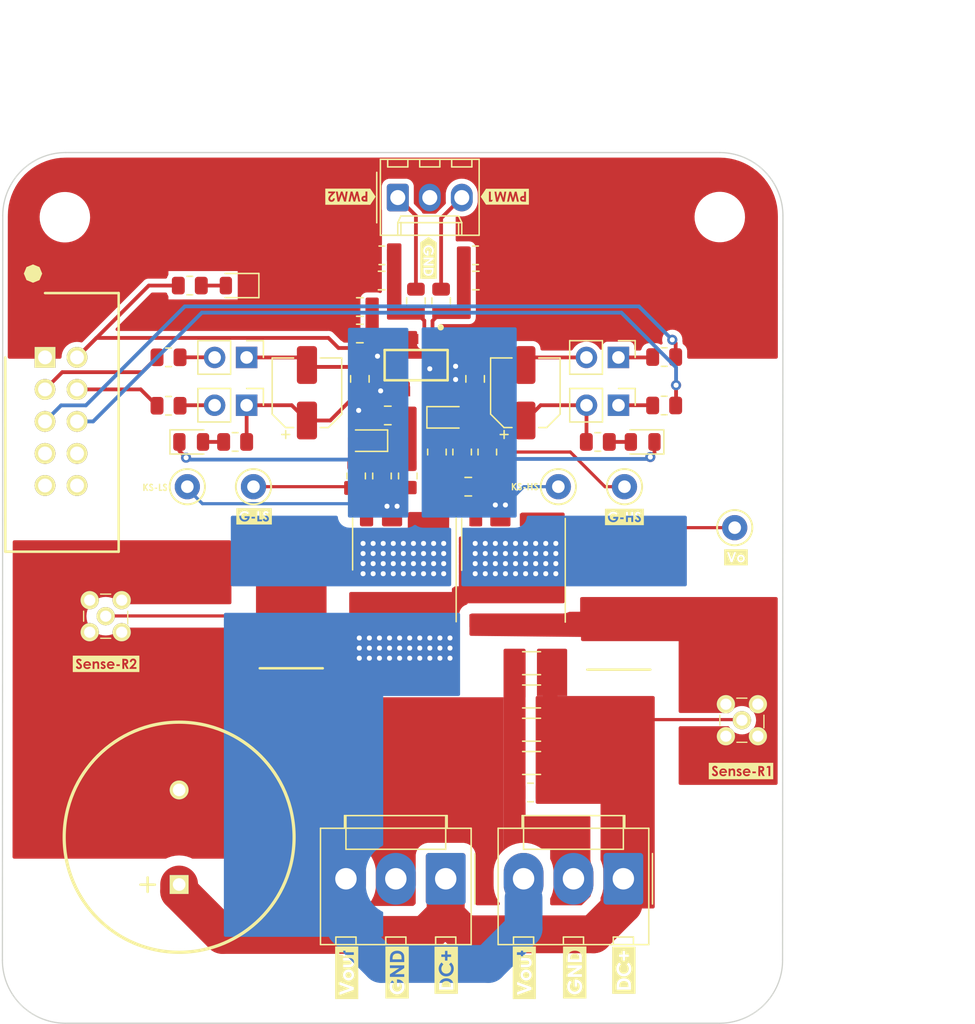
<source format=kicad_pcb>
(kicad_pcb (version 20211014) (generator pcbnew)
  (title_block (comment 4 "AISLER Project ID: ZPYPMIGU"))
  (layers (0 "F.Cu" mixed) (31 "B.Cu" mixed) (34 "B.Paste" user) (35 "F.Paste" user) (36 "B.SilkS" user "B.Silkscreen") (37 "F.SilkS" user "F.Silkscreen") (38 "B.Mask" user) (39 "F.Mask" user) (44 "Edge.Cuts" user))
  (net 0 "")
  (net 1 "GND")
  (net 2 "+3.3V")
  (net 3 "VCCA")
  (net 4 "VCCB")
  (net 5 "GND1")
  (net 6 "LED1")
  (net 7 "Net-(C5-Pad1)")
  (net 8 "Net-(C5-Pad2)")
  (net 9 "GND2")
  (net 10 "OUTA")
  (net 11 "GND3")
  (net 12 "Net-(D1-Pad2)")
  (net 13 "Net-(D2-Pad2)")
  (net 14 "Net-(D5-Pad2)")
  (net 15 "Net-(D6-Pad2)")
  (net 16 "Net-(D7-Pad2)")
  (net 17 "Net-(Q2-Pad8)")
  (net 18 "Net-(J2-Pad1)")
  (net 19 "Net-(J2-Pad3)")
  (net 20 "HVDC+")
  (net 21 "PWM1")
  (net 22 "PWM2")
  (net 23 "OUTB")
  (net 24 "gnd-1")
  (net 25 "LED2")
  (net 26 "gnd-2")
  (net 27 "Net-(C4-Pad2)")
  (net 28 "Net-(J1-Pad3)")
  (net 30 "Net-(J9-Pad2)")
  (net 31 "Net-(J10-Pad1)")
  (net 32 "Net-(FB1-Pad2)")
  (net 33 "Net-(FB2-Pad1)")
  (net 34 "Net-(FB3-Pad1)")
  (net 35 "Net-(FB4-Pad1)")
  (footprint "LED_SMD:LED_0805_2012Metric" (layer "F.Cu") (at 124.525 58.31 180)
    (fp_text reference "D5" hide)
    (fp_text value "LED")
  )
  (footprint "Connector_Molex:Molex_KK-254_AE-6410-03A_1x03_P2.54mm_Vertical" (layer "F.Cu") (at 137.235 51.33)
    (fp_text reference "J2" hide)
    (fp_text value "PWM")
  )
  (footprint "MountingHole:MountingHole_3.2mm_M3" (layer "F.Cu") (at 162.794466 52.874466)
    (fp_text reference "H3" hide)
    (fp_text value "MountingHole")
  )
  (footprint "kibuzzard-63FF1A06" (layer "F.Cu") (at 133.48 51.26 180)
    (fp_text reference "kibuzzard-63FF1A06" hide)
    (fp_text value "G***" hide)
  )
  (footprint "Resistor_SMD:R_0805_2012Metric" (layer "F.Cu") (at 143.405 55.91)
    (fp_text reference "R16" hide)
    (fp_text value "10k")
  )
  (footprint "Connector_PinHeader_2.54mm:PinHeader_1x02_P2.54mm_Vertical" (layer "F.Cu") (at 125.2375 67.8 -90)
    (fp_text reference "J6" hide)
    (fp_text value "5V")
  )
  (footprint "EKXL451ELL101MM30S:CAPPRD750W80D1825H3200" (layer "F.Cu") (at 119.88 105.81 90)
    (fp_text reference "C10" hide)
    (fp_text value "100uF/450V" hide)
  )
  (footprint "Resistor_SMD:R_0805_2012Metric" (layer "F.Cu") (at 124.325 70.71)
    (fp_text reference "R12" hide)
    (fp_text value "4.7k")
  )
  (footprint "Capacitor_SMD:CP_Elec_5x5.3" (layer "F.Cu") (at 130.025 66.81 90)
    (fp_text reference "C16" hide)
    (fp_text value "10uF/35V")
  )
  (footprint "2EDF7275K:TFLGA65P500X500X106-14_13N-V" (layer "F.Cu") (at 138.6925 64.62 -90)
    (fp_text reference "IC1" hide)
    (fp_text value "2EDF7275KXUMA1")
  )
  (footprint "kibuzzard-63FF19FC" (layer "F.Cu") (at 145.73 51.26 180)
    (fp_text reference "kibuzzard-63FF19FC" hide)
    (fp_text value "G***" hide)
  )
  (footprint "Resistor_SMD:R_0805_2012Metric" (layer "F.Cu") (at 147.78 98.51 180)
    (fp_text reference "R8" hide)
    (fp_text value "500k")
  )
  (footprint "Capacitor_SMD:C_0805_2012Metric" (layer "F.Cu") (at 134.225 62.11)
    (fp_text reference "C1" hide)
    (fp_text value "100nF")
  )
  (footprint "Capacitor_SMD:C_1206_3216Metric" (layer "F.Cu") (at 147.855 88.26 180)
    (fp_text reference "C9" hide)
    (fp_text value "100nF/450V")
  )
  (footprint "TestPoint:TestPoint_Keystone_5000-5004_Miniature" (layer "F.Cu") (at 149.98 74.26)
    (fp_text reference "TP5" hide)
    (fp_text value "TestPoint_Alt")
  )
  (footprint "MMCX-J-P-H-ST-TH1:MMCXJPHSTTH1" (layer "F.Cu") (at 163.28 91.51)
    (fp_text reference "J9" hide)
    (fp_text value "MMCX-J-P-H-ST-TH1" hide)
  )
  (footprint "Resistor_SMD:R_0805_2012Metric" (layer "F.Cu") (at 119.0375 64)
    (fp_text reference "FB2" hide)
    (fp_text value "fb")
  )
  (footprint "Resistor_SMD:R_0805_2012Metric" (layer "F.Cu") (at 138.675 59.51 -90)
    (fp_text reference "R13" hide)
    (fp_text value "100")
  )
  (footprint "Resistor_SMD:R_0805_2012Metric" (layer "F.Cu") (at 138.03 73.41 -90)
    (fp_text reference "R1" hide)
    (fp_text value "470")
  )
  (footprint "Resistor_SMD:R_0805_2012Metric" (layer "F.Cu") (at 140.3425 71.51 -90)
    (fp_text reference "R3" hide)
    (fp_text value "470")
  )
  (footprint "Capacitor_SMD:C_1206_3216Metric" (layer "F.Cu") (at 147.855 90.8975 180)
    (fp_text reference "C8" hide)
    (fp_text value "100nF/450V")
  )
  (footprint "LED_SMD:LED_0805_2012Metric" (layer "F.Cu") (at 156.6725 70.71 180)
    (fp_text reference "D6" hide)
    (fp_text value "LED")
  )
  (footprint "TestPoint:TestPoint_Keystone_5000-5004_Miniature" (layer "F.Cu") (at 163.98 77.51)
    (fp_text reference "TP4" hide)
    (fp_text value "TestPoint_Alt")
  )
  (footprint "Resistor_SMD:R_0805_2012Metric" (layer "F.Cu") (at 120.725 58.31 180)
    (fp_text reference "R10" hide)
    (fp_text value "4.7k")
  )
  (footprint "kibuzzard-63EE9059" (layer "F.Cu") (at 151.28 112.789071 90)
    (fp_text reference "kibuzzard-63EE9059" hide)
    (fp_text value "G***" hide)
  )
  (footprint "Package_SON:Infineon_PG-LSON-8-1" (layer "F.Cu") (at 146.42 80.89 90)
    (fp_text reference "Q1" hide)
    (fp_text value "IGLD60R190D1")
  )
  (footprint "Resistor_SMD:R_0805_2012Metric" (layer "F.Cu") (at 142.3425 71.51 -90)
    (fp_text reference "R2" hide)
    (fp_text value "10")
  )
  (footprint "Connector_PinHeader_2.54mm:PinHeader_1x02_P2.54mm_Vertical" (layer "F.Cu") (at 125.2375 64.01 -90)
    (fp_text reference "J7" hide)
    (fp_text value "GND")
  )
  (footprint "Resistor_SMD:R_0805_2012Metric" (layer "F.Cu") (at 144.3425 71.51 -90)
    (fp_text reference "R5" hide)
    (fp_text value "5.1")
  )
  (footprint "Capacitor_SMD:C_0805_2012Metric" (layer "F.Cu") (at 143.425 57.91 180)
    (fp_text reference "C14" hide)
    (fp_text value "100nF")
  )
  (footprint "61201021621:SHDR10W64P254_2X5_2036X885X925P" (layer "F.Cu") (at 109.235 64.005 -90)
    (fp_text reference "J4" hide)
    (fp_text value "Conn_02x05_Odd_Even" hide)
  )
  (footprint "Resistor_SMD:R_0805_2012Metric" (layer "F.Cu") (at 158.38 63.98)
    (fp_text reference "FB1" hide)
    (fp_text value "fb")
  )
  (footprint "Resistor_SMD:R_0805_2012Metric" (layer "F.Cu") (at 158.38 67.82 180)
    (fp_text reference "FB4" hide)
    (fp_text value "fb")
  )
  (footprint "Resistor_SMD:R_0805_2012Metric" (layer "F.Cu") (at 135.98 73.41 -90)
    (fp_text reference "R4" hide)
    (fp_text value "10")
  )
  (footprint "Resistor_SMD:R_0805_2012Metric" (layer "F.Cu") (at 153.1125 70.71 180)
    (fp_text reference "R11" hide)
    (fp_text value "4.7k")
  )
  (footprint "Capacitor_SMD:C_0805_2012Metric" (layer "F.Cu") (at 135.955 57.91)
    (fp_text reference "C13" hide)
    (fp_text value "100nF")
  )
  (footprint "kibuzzard-63FF1A39" (layer "F.Cu") (at 114.08 88.31)
    (fp_text reference "kibuzzard-63FF1A39" hide)
    (fp_text value "G***" hide)
  )
  (footprint "kibuzzard-63FF1AED" (layer "F.Cu") (at 117.98 74.31)
    (fp_text reference "kibuzzard-63FF1AED" hide)
    (fp_text value "G***" hide)
  )
  (footprint "kibuzzard-63EDDA14" (layer "F.Cu") (at 108.28 57.36)
    (fp_text reference "kibuzzard-63EDDA14" hide)
    (fp_text value "G***" hide)
  )
  (footprint "Connector_PinHeader_2.54mm:PinHeader_1x02_P2.54mm_Vertical" (layer "F.Cu") (at 154.755 67.8 -90)
    (fp_text reference "J5" hide)
    (fp_text value "5V")
  )
  (footprint "Capacitor_SMD:C_0805_2012Metric" (layer "F.Cu") (at 142.83 74.26 180)
    (fp_text reference "C5" hide)
    (fp_text value "2.2nF")
  )
  (footprint "kibuzzard-63EE9044" (layer "F.Cu") (at 155.18 112.61 90)
    (fp_text reference "kibuzzard-63EE9044" hide)
    (fp_text value "G***" hide)
  )
  (footprint "kibuzzard-63EE9044" (layer "F.Cu") (at 141.08 112.61 90)
    (fp_text reference "kibuzzard-63EE9044" hide)
    (fp_text value "G***" hide)
  )
  (footprint "footprint:RESC10052X50N" (layer "F.Cu") (at 128.78 88.66 -90)
    (fp_text reference "R9" hide)
    (fp_text value "WSLP3921L1000FEA" hide)
  )
  (footprint "MountingHole:MountingHole_3.2mm_M3" (layer "F.Cu") (at 110.808932 52.888932)
    (fp_text reference "H4" hide)
    (fp_text value "MountingHole")
  )
  (footprint "Package_SON:Infineon_PG-LSON-8-1" (layer "F.Cu") (at 137.76 80.86 90)
    (fp_text reference "Q2" hide)
    (fp_text value "IGLD60R190D1")
  )
  (footprint "Diode_SMD:D_SOD-323" (layer "F.Cu") (at 134.93 70.61 180)
    (fp_text reference "D2" hide)
    (fp_text value "BAT165")
  )
  (footprint "Capacitor_SMD:C_0805_2012Metric" (layer "F.Cu") (at 136.4425 68.61 180)
    (fp_text reference "C4" hide)
    (fp_text value "2.2nF")
  )
  (footprint "Connector_Molex:Molex_KK-396_A-41791-0003_1x03_P3.96mm_Vertical" (layer "F.Cu") (at 141.04 105.355 180)
    (fp_text reference "J3" hide)
    (fp_text value "HVDC")
  )
  (footprint "kibuzzard-63EDD5C6" (layer "F.Cu") (at 125.83 76.61)
    (fp_text reference "kibuzzard-63EDD5C6" hide)
    (fp_text value "G***" hide)
  )
  (footprint "Resistor_SMD:R_0805_2012Metric" (layer "F.Cu") (at 140.675 59.51 -90)
    (fp_text reference "R14" hide)
    (fp_text value "100")
  )
  (footprint "TestPoint:TestPoint_Keystone_5000-5004_Miniature" (layer "F.Cu") (at 125.78 74.26)
    (fp_text reference "TP2" hide)
    (fp_text value "TestPoint_Alt")
  )
  (footprint "MMCX-J-P-H-ST-TH1:MMCXJPHSTTH1" (layer "F.Cu") (at 112.78 83.26)
    (fp_text reference "J10" hide)
    (fp_text value "MMCX-J-P-H-ST-TH1" hide)
  )
  (footprint "kibuzzard-63EDD756" (layer "F.Cu") (at 164.08 79.86)
    (fp_text reference "kibuzzard-63EDD756" hide)
    (fp_text value "G***" hide)
  )
  (footprint "LED_SMD:LED_0805_2012Metric" (layer "F.Cu") (at 120.8375 70.71)
    (fp_text reference "D7" hide)
    (fp_text value "LED")
  )
  (footprint "kibuzzard-63FF19DB" (layer "F.Cu") (at 139.675 56.11 -90)
    (fp_text reference "kibuzzard-63FF19DB" hide)
    (fp_text value "G***" hide)
  )
  (footprint "Resistor_SMD:R_0805_2012Metric" (layer "F.Cu") (at 135.975 55.91 180)
    (fp_text reference "R15" hide)
    (fp_text value "10k")
  )
  (footprint "TestPoint:TestPoint_Keystone_5000-5004_Miniature" (layer "F.Cu") (at 155.23 74.26)
    (fp_text reference "TP1" hide)
    (fp_text value "TestPoint_Alt")
  )
  (footprint "kibuzzard-63EE9091" (layer "F.Cu") (at 133.18 112.81 90)
    (fp_text reference "kibuzzard-63EE9091" hide)
    (fp_text value "G***" hide)
  )
  (footprint "kibuzzard-63EDD5E0" (layer "F.Cu") (at 155.225 76.66)
    (fp_text reference "kibuzzard-63EDD5E0" hide)
    (fp_text value "G***" hide)
  )
  (footprint "Capacitor_SMD:C_1206_3216Metric" (layer "F.Cu") (at 147.855 96.1725 180)
    (fp_text reference "C7" hide)
    (fp_text value "100nF/450V")
  )
  (footprint "kibuzzard-63EDD791" (layer "F.Cu") (at 164.48 96.81)
    (fp_text reference "kibuzzard-63EDD791" hide)
    (fp_text value "G***" hide)
  )
  (footprint "footprint:RESC10052X50N" (layer "F.Cu") (at 154.78 88.77 -90)
    (fp_text reference "R7" hide)
    (fp_text value "WSLP3921L1000FEA" hide)
  )
  (footprint "kibuzzard-63EE9091" (layer "F.Cu") (at 147.28 112.81 90)
    (fp_text reference "kibuzzard-63EE9091" hide)
    (fp_text value "G***" hide)
  )
  (footprint "Diode_SMD:D_SOD-323" (layer "F.Cu") (at 141.0475 68.76)
    (fp_text reference "D1" hide)
    (fp_text value "BAT165")
  )
  (footprint "Connector_Molex:Molex_KK-396_A-41791-0003_1x03_P3.96mm_Vertical" (layer "F.Cu") (at 155.14 105.355 180)
    (fp_text reference "J1" hide)
    (fp_text value "HVDC")
  )
  (footprint "kibuzzard-63FF1AF8" (layer "F.Cu") (at 147.33 74.26)
    (fp_text reference "kibuzzard-63FF1AF8" hide)
    (fp_text value "G***" hide)
  )
  (footprint "MountingHole:MountingHole_3.2mm_M3" (layer "F.Cu") (at 162.78 111.81)
    (fp_text reference "H1" hide)
    (fp_text value "MountingHole")
  )
  (footprint "Capacitor_SMD:C_0805_2012Metric" (layer "F.Cu") (at 134.225 65.71 -90)
    (fp_text reference "C3" hide)
    (fp_text value "1uF")
  )
  (footprint "Capacitor_SMD:C_0805_2012Metric" (layer "F.Cu") (at 134.225 60.01)
    (fp_text reference "C11" hide)
    (fp_text value "100nF")
  )
  (footprint "Connector_PinHeader_2.54mm:PinHeader_1x02_P2.54mm_Vertical" (layer "F.Cu") (at 154.75 64.01 -90)
    (fp_text reference "J8" hide)
    (fp_text value "GND")
  )
  (footprint "kibuzzard-63EE9059" (layer "F.Cu") (at 137.18 112.789071 90)
    (fp_text reference "kibuzzard-63EE9059" hide)
    (fp_text value "G***" hide)
  )
  (footprint "Resistor_SMD:R_0805_2012Metric" (layer "F.Cu") (at 119.0375 67.84)
    (fp_text reference "FB3" hide)
    (fp_text value "fb")
  )
  (footprint "Capacitor_SMD:C_0805_2012Metric" (layer "F.Cu") (at 143.375 65.71 -90)
    (fp_text reference "C2" hide)
    (fp_text value "1uF")
  )
  (footprint "TestPoint:TestPoint_Keystone_5000-5004_Miniature" (layer "F.Cu") (at 120.53 74.26)
    (fp_text reference "TP3" hide)
    (fp_text value "TestPoint_Alt")
  )
  (footprint "Capacitor_SMD:CP_Elec_5x5.3" (layer "F.Cu") (at 147.3625 66.81 90)
    (fp_text reference "C15" hide)
    (fp_text value "10uF/35V")
  )
  (footprint "MountingHole:MountingHole_3.2mm_M3" (layer "F.Cu") (at 110.88 111.81)
    (fp_text reference "H2" hide)
    (fp_text value "MountingHole")
  )
  (footprint "Capacitor_SMD:C_1206_3216Metric" (layer "F.Cu") (at 147.855 93.535 180)
    (fp_text reference "C6" hide)
    (fp_text value "100nF/450V")
  )
  (footprint "Resistor_SMD:R_0805_2012Metric" (layer "F.Cu") (at 133.93 73.41 -90)
    (fp_text reference "R6" hide)
    (fp_text value "5.1")
  )
  (gr_line (start 167.78 111.81) (end 167.808932 52.774466) (layer "Edge.Cuts") (width 0.1))
  (gr_line (start 110.88 47.76) (end 162.794466 47.76) (layer "Edge.Cuts") (width 0.1))
  (gr_line (start 105.88 52.76) (end 105.851068 111.81) (layer "Edge.Cuts") (width 0.1))
  (gr_arc (start 110.851068 116.81) (mid 107.315524 115.345544) (end 105.851068 111.81) (layer "Edge.Cuts") (width 0.1))
  (gr_arc (start 105.88 52.76) (mid 107.344466 49.224466) (end 110.88 47.76) (layer "Edge.Cuts") (width 0.1))
  (gr_line (start 110.851068 116.81) (end 162.78 116.81) (layer "Edge.Cuts") (width 0.1))
  (gr_arc (start 167.78 111.81) (mid 166.315544 115.345544) (end 162.78 116.81) (layer "Edge.Cuts") (width 0.1))
  (gr_arc (start 162.794466 47.76) (mid 166.336031 49.232921) (end 167.808932 52.774466) (layer "Edge.Cuts") (width 0.1))
  (gr_text "+" (at 117.38 105.71) (layer "F.SilkS") (effects (font (size 1.5 1.5) (thickness 0.2))))
  (segment (start 132.53 63.26) (end 131.73 62.46) (width 0.3) (layer "F.Cu") (net 2))
  (segment (start 119.8125 58.31) (end 117.47 58.31) (width 0.3) (layer "F.Cu") (net 2))
  (segment (start 135.175 62.11) (end 134.025 63.26) (width 0.3) (layer "F.Cu") (net 2))
  (segment (start 131.73 62.46) (end 113.32 62.46) (width 0.3) (layer "F.Cu") (net 2))
  (segment (start 134.025 63.26) (end 132.53 63.26) (width 0.3) (layer "F.Cu") (net 2))
  (segment (start 117.47 58.31) (end 111.775 64.005) (width 0.3) (layer "F.Cu") (net 2))
  (segment (start 113.32 62.46) (end 111.775 64.005) (width 0.3) (layer "F.Cu") (net 2))
  (segment (start 157.4475 67.8) (end 157.4675 67.82) (width 0.3) (layer "F.Cu") (net 3))
  (segment (start 154.755 67.8) (end 157.4475 67.8) (width 0.3) (layer "F.Cu") (net 3))
  (segment (start 119.99 67.8) (end 119.95 67.84) (width 0.3) (layer "F.Cu") (net 4))
  (segment (start 122.6975 67.8) (end 119.99 67.8) (width 0.3) (layer "F.Cu") (net 4))
  (segment (start 154.75 64.01) (end 157.4375 64.01) (width 0.3) (layer "F.Cu") (net 5))
  (segment (start 157.4375 64.01) (end 157.4675 63.98) (width 0.3) (layer "F.Cu") (net 5))
  (segment (start 152.215 67.8) (end 148.5725 67.8) (width 0.3) (layer "F.Cu") (net 6))
  (segment (start 145.0125 66.66) (end 147.3625 69.01) (width 0.3) (layer "F.Cu") (net 6))
  (segment (start 143.34 66.695) (end 140.6425 66.695) (width 0.3) (layer "F.Cu") (net 6))
  (segment (start 148.5725 67.8) (end 147.3625 69.01) (width 0.3) (layer "F.Cu") (net 6))
  (segment (start 152.215 67.8) (end 152.215 70.695) (width 0.3) (layer "F.Cu") (net 6))
  (segment (start 152.215 70.695) (end 152.2 70.71) (width 0.3) (layer "F.Cu") (net 6))
  (segment (start 143.375 66.66) (end 145.0125 66.66) (width 0.3) (layer "F.Cu") (net 6))
  (segment (start 143.375 66.66) (end 143.34 66.695) (width 0.3) (layer "F.Cu") (net 6))
  (segment (start 155.23 74.26) (end 153.68 74.26) (width 0.25) (layer "F.Cu") (net 8))
  (segment (start 153.68 74.26) (end 150.93 71.51) (width 0.25) (layer "F.Cu") (net 8))
  (segment (start 150.93 71.51) (end 141.255 71.51) (width 0.25) (layer "F.Cu") (net 8))
  (segment (start 141.255 71.51) (end 140.3425 72.4225) (width 0.25) (layer "F.Cu") (net 8))
  (segment (start 119.95 64) (end 122.6875 64) (width 0.3) (layer "F.Cu") (net 9))
  (segment (start 122.6875 64) (end 122.6975 64.01) (width 0.3) (layer "F.Cu") (net 9))
  (segment (start 139.9925 68.755) (end 139.9975 68.76) (width 0.3) (layer "F.Cu") (net 10))
  (segment (start 139.9925 66.695) (end 139.9925 68.755) (width 0.3) (layer "F.Cu") (net 10))
  (segment (start 121.6375 58.31) (end 123.5875 58.31) (width 0.3) (layer "F.Cu") (net 14))
  (segment (start 154.025 70.71) (end 155.735 70.71) (width 0.3) (layer "F.Cu") (net 15))
  (segment (start 123.4125 70.71) (end 121.775 70.71) (width 0.3) (layer "F.Cu") (net 16))
  (segment (start 133.8675 74.26) (end 125.78 74.26) (width 0.25) (layer "F.Cu") (net 17))
  (segment (start 133.93 74.3225) (end 133.8675 74.26) (width 0.25) (layer "F.Cu") (net 17))
  (segment (start 138.675 52.77) (end 138.675 58.5975) (width 0.3) (layer "F.Cu") (net 18))
  (segment (start 137.235 51.33) (end 138.675 52.77) (width 0.3) (layer "F.Cu") (net 18))
  (segment (start 140.675 52.97) (end 140.675 58.5975) (width 0.3) (layer "F.Cu") (net 19))
  (segment (start 142.315 51.33) (end 140.675 52.97) (width 0.3) (layer "F.Cu") (net 19))
  (segment (start 119.88 105.81) (end 119.88 106.36) (width 3) (layer "F.Cu") (net 20))
  (segment (start 123.33 109.81) (end 139.43 109.81) (width 3) (layer "F.Cu") (net 20))
  (segment (start 141.04 108.2) (end 141.04 105.355) (width 3) (layer "F.Cu") (net 20))
  (segment (start 155.14 107.4) (end 155.14 105.355) (width 3) (layer "F.Cu") (net 20))
  (segment (start 139.43 109.81) (end 141.04 108.2) (width 3) (layer "F.Cu") (net 20))
  (segment (start 164.502 92.732) (end 154.968 92.732) (width 0.25) (layer "F.Cu") (net 20))
  (segment (start 164.55 92.78) (end 164.502 92.732) (width 0.25) (layer "F.Cu") (net 20))
  (segment (start 141.04 105.355) (end 141.04 108.27) (width 3) (layer "F.Cu") (net 20))
  (segment (start 152.78 109.76) (end 155.14 107.4) (width 3) (layer "F.Cu") (net 20))
  (segment (start 141.04 108.27) (end 142.53 109.76) (width 3) (layer "F.Cu") (net 20))
  (segment (start 142.53 109.76) (end 152.78 109.76) (width 3) (layer "F.Cu") (net 20))
  (segment (start 119.88 106.36) (end 123.33 109.81) (width 3) (layer "F.Cu") (net 20))
  (segment (start 154.968 92.732) (end 154.78 92.92) (width 0.25) (layer "F.Cu") (net 20))
  (segment (start 139.9925 61.105) (end 140.675 60.4225) (width 0.3) (layer "F.Cu") (net 21))
  (segment (start 139.9925 62.545) (end 139.9925 61.105) (width 0.3) (layer "F.Cu") (net 21))
  (segment (start 139.3425 61.09) (end 138.675 60.4225) (width 0.3) (layer "F.Cu") (net 22))
  (segment (start 139.3425 62.545) (end 139.3425 61.09) (width 0.3) (layer "F.Cu") (net 22))
  (segment (start 137.3925 66.695) (end 137.3925 68.61) (width 0.3) (layer "F.Cu") (net 23))
  (segment (start 139.775 64.91) (end 139.3425 65.3425) (width 0.25) (layer "F.Cu") (net 24))
  (segment (start 141.875 64.76) (end 143.875 64.76) (width 0.25) (layer "F.Cu") (net 24))
  (segment (start 144.025 64.61) (end 147.3625 64.61) (width 0.25) (layer "F.Cu") (net 24))
  (segment (start 141.825 64.71) (end 141.875 64.76) (width 0.25) (layer "F.Cu") (net 24))
  (segment (start 157.28 71.91) (end 157.61 71.58) (width 0.3) (layer "F.Cu") (net 24))
  (segment (start 147.315 63.74) (end 147.375 63.68) (width 0.25) (layer "F.Cu") (net 24))
  (segment (start 139.3425 65.3425) (end 139.3425 66.695) (width 0.25) (layer "F.Cu") (net 24))
  (segment (start 157.61 71.58) (end 157.61 70.71) (width 0.3) (layer "F.Cu") (net 24))
  (segment (start 141.625 64.91) (end 139.775 64.91) (width 0.3) (layer "F.Cu") (net 24))
  (segment (start 152.21 64.01) (end 147.9625 64.01) (width 0.3) (layer "F.Cu") (net 24))
  (segment (start 141.825 64.71) (end 141.825 65.76) (width 0.3) (layer "F.Cu") (net 24))
  (segment (start 147.9625 64.01) (end 147.3625 64.61) (width 0.3) (layer "F.Cu") (net 24))
  (segment (start 141.825 64.71) (end 141.625 64.91) (width 0.3) (layer "F.Cu") (net 24))
  (segment (start 143.875 64.76) (end 144.025 64.61) (width 0.25) (layer "F.Cu") (net 24))
  (via (at 145.78 75.71) (size 0.8) (drill 0.4) (layers "F.Cu" "B.Cu") (net 24))
  (via (at 144.98 75.71) (size 0.8) (drill 0.4) (layers "F.Cu" "B.Cu") (net 24))
  (via (at 139.775 64.91) (size 0.8) (drill 0.4) (layers "F.Cu" "B.Cu") (net 24))
  (via (at 141.825 64.71) (size 0.8) (drill 0.4) (layers "F.Cu" "B.Cu") (net 24))
  (via (at 141.825 65.76) (size 0.8) (drill 0.4) (layers "F.Cu" "B.Cu") (net 24))
  (via (at 157.28 71.91) (size 0.8) (drill 0.4) (layers "F.Cu" "B.Cu") (net 24))
  (segment (start 147.23 74.26) (end 145.78 75.71) (width 0.25) (layer "B.Cu") (net 24))
  (segment (start 149.98 74.26) (end 147.23 74.26) (width 0.25) (layer "B.Cu") (net 24))
  (segment (start 157.13 72.06) (end 146.13 72.06) (width 0.3) (layer "B.Cu") (net 24))
  (segment (start 149.98 74.16) (end 149.98 74.26) (width 0.25) (layer "B.Cu") (net 24))
  (segment (start 157.28 71.91) (end 157.13 72.06) (width 0.3) (layer "B.Cu") (net 24))
  (segment (start 125.2375 67.8) (end 128.815 67.8) (width 0.3) (layer "F.Cu") (net 25))
  (segment (start 138.0425 66.07) (end 138.0425 66.695) (width 0.3) (layer "F.Cu") (net 25))
  (segment (start 125.2375 67.8) (end 125.2375 70.71) (width 0.3) (layer "F.Cu") (net 25))
  (segment (start 130.025 69.01) (end 131.875 69.01) (width 0.3) (layer "F.Cu") (net 25))
  (segment (start 134.225 66.66) (end 134.975 65.91) (width 0.3) (layer "F.Cu") (net 25))
  (segment (start 128.815 67.8) (end 130.025 69.01) (width 0.3) (layer "F.Cu") (net 25))
  (segment (start 134.975 65.91) (end 137.8825 65.91) (width 0.3) (layer "F.Cu") (net 25))
  (segment (start 137.8825 65.91) (end 138.0425 66.07) (width 0.3) (layer "F.Cu") (net 25))
  (segment (start 131.875 69.01) (end 134.225 66.66) (width 0.3) (layer "F.Cu") (net 25))
  (segment (start 129.425 64.01) (end 130.025 64.61) (width 0.3) (layer "F.Cu") (net 26))
  (segment (start 134.225 64.76) (end 130.175 64.76) (width 0.3) (layer "F.Cu") (net 26))
  (segment (start 135.798528 66.66) (end 135.875 66.66) (width 0.3) (layer "F.Cu") (net 26))
  (segment (start 134.225 64.76) (end 134.775 64.76) (width 0.3) (layer "F.Cu") (net 26))
  (segment (start 135.875 66.66) (end 135.91 66.695) (width 0.25) (layer "F.Cu") (net 26))
  (segment (start 134.13 68.21) (end 134.248528 68.21) (width 0.3) (layer "F.Cu") (net 26))
  (segment (start 119.9 71.43) (end 119.9 70.71) (width 0.3) (layer "F.Cu") (net 26))
  (segment (start 130.175 64.76) (end 130.025 64.61) (width 0.3) (layer "F.Cu") (net 26))
  (segment (start 125.2375 64.01) (end 129.425 64.01) (width 0.3) (layer "F.Cu") (net 26))
  (segment (start 134.775 64.76) (end 135.625 63.91) (width 0.3) (layer "F.Cu") (net 26))
  (segment (start 134.248528 68.21) (end 135.798528 66.66) (width 0.3) (layer "F.Cu") (net 26))
  (segment (start 135.91 66.695) (end 136.7425 66.695) (width 0.25) (layer "F.Cu") (net 26))
  (segment (start 120.43 71.96) (end 119.9 71.43) (width 0.3) (layer "F.Cu") (net 26))
  (via (at 135.625 63.91) (size 0.8) (drill 0.4) (layers "F.Cu" "B.Cu") (net 26))
  (via (at 136.38 75.81) (size 0.8) (drill 0.4) (layers "F.Cu" "B.Cu") (net 26))
  (via (at 134.13 68.21) (size 0.8) (drill 0.4) (layers "F.Cu" "B.Cu") (net 26))
  (via (at 120.43 71.96) (size 0.8) (drill 0.4) (layers "F.Cu" "B.Cu") (net 26))
  (via (at 135.875 66.66) (size 0.8) (drill 0.4) (layers "F.Cu" "B.Cu") (net 26))
  (via (at 137.18 75.81) (size 0.8) (drill 0.4) (layers "F.Cu" "B.Cu") (net 26))
  (segment (start 120.53 74.41) (end 121.73 75.61) (width 0.25) (layer "B.Cu") (net 26))
  (segment (start 133.68 72.11) (end 133.73 72.06) (width 0.3) (layer "B.Cu") (net 26))
  (segment (start 136.18 75.61) (end 136.38 75.81) (width 0.25) (layer "B.Cu") (net 26))
  (segment (start 120.43 71.96) (end 120.58 72.11) (width 0.3) (layer "B.Cu") (net 26))
  (segment (start 121.73 75.61) (end 136.18 75.61) (width 0.25) (layer "B.Cu") (net 26))
  (segment (start 120.58 72.11) (end 133.68 72.11) (width 0.3) (layer "B.Cu") (net 26))
  (segment (start 163.98 77.51) (end 149.78 77.51) (width 0.25) (layer "F.Cu") (net 28))
  (via (at 148.18 79.56) (size 0.8) (drill 0.4) (layers "F.Cu" "B.Cu") (net 28))
  (via (at 148.98 79.56) (size 0.8) (drill 0.4) (layers "F.Cu" "B.Cu") (net 28))
  (via (at 134.98 87.86) (size 0.8) (drill 0.4) (layers "F.Cu" "B.Cu") (net 28))
  (via (at 144.18 80.36) (size 0.8) (drill 0.4) (layers "F.Cu" "B.Cu") (net 28))
  (via (at 134.98 87.06) (size 0.8) (drill 0.4) (layers "F.Cu" "B.Cu") (net 28))
  (via (at 147.38 79.56) (size 0.8) (drill 0.4) (layers "F.Cu" "B.Cu") (net 28))
  (via (at 148.98 80.36) (size 0.8) (drill 0.4) (layers "F.Cu" "B.Cu") (net 28))
  (via (at 145.78 79.56) (size 0.8) (drill 0.4) (layers "F.Cu" "B.Cu") (net 28))
  (via (at 143.38 81.16) (size 0.8) (drill 0.4) (layers "F.Cu" "B.Cu") (net 28))
  (via (at 145.78 80.36) (size 0.8) (drill 0.4) (layers "F.Cu" "B.Cu") (net 28))
  (via (at 138.18 86.26) (size 0.8) (drill 0.4) (layers "F.Cu" "B.Cu") (net 28))
  (via (at 149.78 80.36) (size 0.8) (drill 0.4) (layers "F.Cu" "B.Cu") (net 28))
  (via (at 136.58 86.26) (size 0.8) (drill 0.4) (layers "F.Cu" "B.Cu") (net 28))
  (via (at 147.38 78.76) (size 0.8) (drill 0.4) (layers "F.Cu" "B.Cu") (net 28))
  (via (at 140.58 87.86) (size 0.8) (drill 0.4) (layers "F.Cu" "B.Cu") (net 28))
  (via (at 140.58 87.06) (size 0.8) (drill 0.4) (layers "F.Cu" "B.Cu") (net 28))
  (via (at 143.38 79.56) (size 0.8) (drill 0.4) (layers "F.Cu" "B.Cu") (net 28))
  (via (at 138.98 87.86) (size 0.8) (drill 0.4) (layers "F.Cu" "B.Cu") (net 28))
  (via (at 140.58 86.26) (size 0.8) (drill 0.4) (layers "F.Cu" "B.Cu") (net 28))
  (via (at 143.38 78.76) (size 0.8) (drill 0.4) (layers "F.Cu" "B.Cu") (net 28))
  (via (at 136.58 87.86) (size 0.8) (drill 0.4) (layers "F.Cu" "B.Cu") (net 28))
  (via (at 143.38 80.36) (size 0.8) (drill 0.4) (layers "F.Cu" "B.Cu") (net 28))
  (via (at 137.38 87.86) (size 0.8) (drill 0.4) (layers "F.Cu" "B.Cu") (net 28))
  (via (at 138.18 87.86) (size 0.8) (drill 0.4) (layers "F.Cu" "B.Cu") (net 28))
  (via (at 149.78 81.16) (size 0.8) (drill 0.4) (layers "F.Cu" "B.Cu") (net 28))
  (via (at 145.78 78.76) (size 0.8) (drill 0.4) (layers "F.Cu" "B.Cu") (net 28))
  (via (at 138.98 87.06) (size 0.8) (drill 0.4) (layers "F.Cu" "B.Cu") (net 28))
  (via (at 147.38 80.36) (size 0.8) (drill 0.4) (layers "F.Cu" "B.Cu") (net 28))
  (via (at 134.18 86.26) (size 0.8) (drill 0.4) (layers "F.Cu" "B.Cu") (net 28))
  (via (at 148.18 78.76) (size 0.8) (drill 0.4) (layers "F.Cu" "B.Cu") (net 28))
  (via (at 149.78 79.56) (size 0.8) (drill 0.4) (layers "F.Cu" "B.Cu") (net 28))
  (via (at 137.38 87.06) (size 0.8) (drill 0.4) (layers "F.Cu" "B.Cu") (net 28))
  (via (at 141.38 87.86) (size 0.8) (drill 0.4) (layers "F.Cu" "B.Cu") (net 28))
  (via (at 139.78 87.06) (size 0.8) (drill 0.4) (layers "F.Cu" "B.Cu") (net 28))
  (via (at 148.18 81.16) (size 0.8) (drill 0.4) (layers "F.Cu" "B.Cu") (net 28))
  (via (at 147.38 81.16) (size 0.8) (drill 0.4) (layers "F.Cu" "B.Cu") (net 28))
  (via (at 139.78 87.86) (size 0.8) (drill 0.4) (layers "F.Cu" "B.Cu") (net 28))
  (via (at 135.78 86.26) (size 0.8) (drill 0.4) (layers "F.Cu" "B.Cu") (net 28))
  (via (at 146.58 79.56) (size 0.8) (drill 0.4) (layers "F.Cu" "B.Cu") (net 28))
  (via (at 135.78 87.86) (size 0.8) (drill 0.4) (layers "F.Cu" "B.Cu") (net 28))
  (via (at 146.58 80.36) (size 0.8) (drill 0.4) (layers "F.Cu" "B.Cu") (net 28))
  (via (at 144.98 80.36) (size 0.8) (drill 0.4) (layers "F.Cu" "B.Cu") (net 28))
  (via (at 144.98 81.16) (size 0.8) (drill 0.4) (layers "F.Cu" "B.Cu") (net 28))
  (via (at 141.38 86.26) (size 0.8) (drill 0.4) (layers "F.Cu" "B.Cu") (net 28))
  (via (at 138.98 86.26) (size 0.8) (drill 0.4) (layers "F.Cu" "B.Cu") (net 28))
  (via (at 144.18 79.56) (size 0.8) (drill 0.4) (layers "F.Cu" "B.Cu") (net 28))
  (via (at 134.18 87.06) (size 0.8) (drill 0.4) (layers "F.Cu" "B.Cu") (net 28))
  (via (at 146.58 81.16) (size 0.8) (drill 0.4) (layers "F.Cu" "B.Cu") (net 28))
  (via (at 146.58 78.76) (size 0.8) (drill 0.4) (layers "F.Cu" "B.Cu") (net 28))
  (via (at 148.98 78.76) (size 0.8) (drill 0.4) (layers "F.Cu" "B.Cu") (net 28))
  (via (at 145.78 81.16) (size 0.8) (drill 0.4) (layers "F.Cu" "B.Cu") (net 28))
  (via (at 139.78 86.26) (size 0.8) (drill 0.4) (layers "F.Cu" "B.Cu") (net 28))
  (via (at 148.98 81.16) (size 0.8) (drill 0.4) (layers "F.Cu" "B.Cu") (net 28))
  (via (at 144.98 79.56) (size 0.8) (drill 0.4) (layers "F.Cu" "B.Cu") (net 28))
  (via (at 136.58 87.06) (size 0.8) (drill 0.4) (layers "F.Cu" "B.Cu") (net 28))
  (via (at 138.18 87.06) (size 0.8) (drill 0.4) (layers "F.Cu" "B.Cu") (net 28))
  (via (at 134.18 87.86) (size 0.8) (drill 0.4) (layers "F.Cu" "B.Cu") (net 28))
  (via (at 144.98 78.76) (size 0.8) (drill 0.4) (layers "F.Cu" "B.Cu") (net 28))
  (via (at 135.78 87.06) (size 0.8) (drill 0.4) (layers "F.Cu" "B.Cu") (net 28))
  (via (at 134.98 86.26) (size 0.8) (drill 0.4) (layers "F.Cu" "B.Cu") (net 28))
  (via (at 137.38 86.26) (size 0.8) (drill 0.4) (layers "F.Cu" "B.Cu") (net 28))
  (via (at 144.18 81.16) (size 0.8) (drill 0.4) (layers "F.Cu" "B.Cu") (net 28))
  (via (at 144.18 78.76) (size 0.8) (drill 0.4) (layers "F.Cu" "B.Cu") (net 28))
  (via (at 148.18 80.36) (size 0.8) (drill 0.4) (layers "F.Cu" "B.Cu") (net 28))
  (via (at 149.78 78.76) (size 0.8) (drill 0.4) (layers "F.Cu" "B.Cu") (net 28))
  (via (at 141.38 87.06) (size 0.8) (drill 0.4) (layers "F.Cu" "B.Cu") (net 28))
  (segment (start 147.22 109.32) (end 147.22 106.905) (width 3) (layer "B.Cu") (net 28))
  (segment (start 144.43 112.11) (end 147.22 109.32) (width 3) (layer "B.Cu") (net 28))
  (segment (start 135.93 112.11) (end 144.43 112.11) (width 3) (layer "B.Cu") (net 28))
  (segment (start 133.12 106.905) (end 133.12 109.3) (width 3) (layer "B.Cu") (net 28))
  (segment (start 133.12 109.3) (end 135.93 112.11) (width 3) (layer "B.Cu") (net 28))
  (segment (start 128.78 84.51) (end 114.07 84.51) (width 0.25) (layer "F.Cu") (net 31))
  (segment (start 137.55 79.96) (end 137.52 79.99) (width 0.25) (layer "F.Cu") (net 31))
  (segment (start 114.07 84.51) (end 114.05 84.53) (width 0.25) (layer "F.Cu") (net 31))
  (via (at 139.28 81.16) (size 0.8) (drill 0.4) (layers "F.Cu" "B.Cu") (net 31))
  (via (at 140.08 79.56) (size 0.8) (drill 0.4) (layers "F.Cu" "B.Cu") (net 31))
  (via (at 140.88 78.76) (size 0.8) (drill 0.4) (layers "F.Cu" "B.Cu") (net 31))
  (via (at 135.28 80.36) (size 0.8) (drill 0.4) (layers "F.Cu" "B.Cu") (net 31))
  (via (at 136.08 79.56) (size 0.8) (drill 0.4) (layers "F.Cu" "B.Cu") (net 31))
  (via (at 134.48 81.16) (size 0.8) (drill 0.4) (layers "F.Cu" "B.Cu") (net 31))
  (via (at 136.88 78.76) (size 0.8) (drill 0.4) (layers "F.Cu" "B.Cu") (net 31))
  (via (at 136.08 81.16) (size 0.8) (drill 0.4) (layers "F.Cu" "B.Cu") (net 31))
  (via (at 136.08 78.76) (size 0.8) (drill 0.4) (layers "F.Cu" "B.Cu") (net 31))
  (via (at 136.08 80.36) (size 0.8) (drill 0.4) (layers "F.Cu" "B.Cu") (net 31))
  (via (at 140.88 80.36) (size 0.8) (drill 0.4) (layers "F.Cu" "B.Cu") (net 31))
  (via (at 140.88 79.56) (size 0.8) (drill 0.4) (layers "F.Cu" "B.Cu") (net 31))
  (via (at 135.28 79.56) (size 0.8) (drill 0.4) (layers "F.Cu" "B.Cu") (net 31))
  (via (at 138.48 80.36) (size 0.8) (drill 0.4) (layers "F.Cu" "B.Cu") (net 31))
  (via (at 140.88 81.16) (size 0.8) (drill 0.4) (layers "F.Cu" "B.Cu") (net 31))
  (via (at 134.48 79.56) (size 0.8) (drill 0.4) (layers "F.Cu" "B.Cu") (net 31))
  (via (at 138.48 79.56) (size 0.8) (drill 0.4) (layers "F.Cu" "B.Cu") (net 31))
  (via (at 139.28 78.76) (size 0.8) (drill 0.4) (layers "F.Cu" "B.Cu") (net 31))
  (via (at 140.08 81.16) (size 0.8) (drill 0.4) (layers "F.Cu" "B.Cu") (net 31))
  (via (at 134.48 80.36) (size 0.8) (drill 0.4) (layers "F.Cu" "B.Cu") (net 31))
  (via (at 139.28 80.36) (size 0.8) (drill 0.4) (layers "F.Cu" "B.Cu") (net 31))
  (via (at 138.48 81.16) (size 0.8) (drill 0.4) (layers "F.Cu" "B.Cu") (net 31))
  (via (at 138.48 78.76) (size 0.8) (drill 0.4) (layers "F.Cu" "B.Cu") (net 31))
  (via (at 137.68 79.56) (size 0.8) (drill 0.4) (layers "F.Cu" "B.Cu") (net 31))
  (via (at 135.28 81.16) (size 0.8) (drill 0.4) (layers "F.Cu" "B.Cu") (net 31))
  (via (at 140.08 80.36) (size 0.8) (drill 0.4) (layers "F.Cu" "B.Cu") (net 31))
  (via (at 136.88 81.16) (size 0.8) (drill 0.4) (layers "F.Cu" "B.Cu") (net 31))
  (via (at 134.48 78.76) (size 0.8) (drill 0.4) (layers "F.Cu" "B.Cu") (net 31))
  (via (at 139.28 79.56) (size 0.8) (drill 0.4) (layers "F.Cu" "B.Cu") (net 31))
  (via (at 136.88 79.56) (size 0.8) (drill 0.4) (layers "F.Cu" "B.Cu") (net 31))
  (via (at 137.68 78.76) (size 0.8) (drill 0.4) (layers "F.Cu" "B.Cu") (net 31))
  (via (at 137.68 80.36) (size 0.8) (drill 0.4) (layers "F.Cu" "B.Cu") (net 31))
  (via (at 136.88 80.36) (size 0.8) (drill 0.4) (layers "F.Cu" "B.Cu") (net 31))
  (via (at 140.08 78.76) (size 0.8) (drill 0.4) (layers "F.Cu" "B.Cu") (net 31))
  (via (at 135.28 78.76) (size 0.8) (drill 0.4) (layers "F.Cu" "B.Cu") (net 31))
  (via (at 137.68 81.16) (size 0.8) (drill 0.4) (layers "F.Cu" "B.Cu") (net 31))
  (segment (start 159.2925 62.8775) (end 159.2925 63.98) (width 0.3) (layer "F.Cu") (net 32))
  (segment (start 159.025 62.61) (end 159.2925 62.8775) (width 0.3) (layer "F.Cu") (net 32))
  (via (at 159.025 62.61) (size 0.8) (drill 0.4) (layers "F.Cu" "B.Cu") (net 32))
  (segment (start 156.375 59.96) (end 120.33 59.96) (width 0.3) (layer "B.Cu") (net 32))
  (segment (start 110.51 67.81) (end 109.235 69.085) (width 0.3) (layer "B.Cu") (net 32))
  (segment (start 120.33 59.96) (end 112.48 67.81) (width 0.3) (layer "B.Cu") (net 32))
  (segment (start 159.025 62.61) (end 156.375 59.96) (width 0.3) (layer "B.Cu") (net 32))
  (segment (start 112.48 67.81) (end 110.51 67.81) (width 0.3) (layer "B.Cu") (net 32))
  (segment (start 116.945 65.18) (end 118.125 64) (width 0.3) (layer "F.Cu") (net 33))
  (segment (start 110.6 65.18) (end 116.945 65.18) (width 0.3) (layer "F.Cu") (net 33))
  (segment (start 109.235 66.545) (end 110.6 65.18) (width 0.3) (layer "F.Cu") (net 33))
  (segment (start 111.775 66.545) (end 116.83 66.545) (width 0.3) (layer "F.Cu") (net 34))
  (segment (start 116.83 66.545) (end 118.125 67.84) (width 0.3) (layer "F.Cu") (net 34))
  (segment (start 159.325 67.7875) (end 159.2925 67.82) (width 0.3) (layer "F.Cu") (net 35))
  (segment (start 159.325 66.21) (end 159.325 67.7875) (width 0.3) (layer "F.Cu") (net 35))
  (via (at 159.325 66.21) (size 0.8) (drill 0.4) (layers "F.Cu" "B.Cu") (net 35))
  (segment (start 159.325 66.21) (end 159.325 64.7975) (width 0.3) (layer "B.Cu") (net 35))
  (segment (start 159.325 64.7975) (end 154.9875 60.46) (width 0.3) (layer "B.Cu") (net 35))
  (segment (start 154.9875 60.46) (end 121.68 60.46) (width 0.3) (layer "B.Cu") (net 35))
  (segment (start 121.68 60.46) (end 113.055 69.085) (width 0.3) (layer "B.Cu") (net 35))
  (segment (start 113.055 69.085) (end 111.775 69.085) (width 0.3) (layer "B.Cu") (net 35))
  (zone (net 28) (net_name "Net-(J1-Pad3)") (layer "F.Cu") (name "J1-P3") (priority 1) (connect_pads yes (clearance 0.8)) (min_thickness 0.254) (fill yes (thermal_gap 0.508) (thermal_bridge_width 0.508))
    (polygon (pts (xy 142.08 78.21) (xy 145.58 78.21) (xy 145.58 76.31) (xy 150.48 76.31) (xy 150.48 83.51) (xy 142.78 83.51) (xy 142.78 85.63) (xy 133.38 85.63) (xy 133.38 82.61) (xy 141.53 82.61) (xy 141.53 82.16) (xy 142.08 82.16)))
  )
  (zone (net 22) (net_name "PWM2") (layer "F.Cu") (name "PWM2") (priority 1) (connect_pads yes (clearance 0.4)) (min_thickness 0.254) (fill yes (thermal_gap 0.508) (thermal_bridge_width 0.508))
    (polygon (pts (xy 137.525 59.86) (xy 139.375 59.86) (xy 139.375 61.01) (xy 136.375 61.01) (xy 136.375 54.96) (xy 137.525 54.96)))
  )
  (zone (net 8) (net_name "Net-(C5-Pad2)") (layer "F.Cu") (name "1") (priority 2) (connect_pads yes (clearance 0.4)) (min_thickness 0.254) (fill yes (thermal_gap 0.508) (thermal_bridge_width 0.508) (smoothing chamfer) (radius 0.1))
    (polygon (pts (xy 141.08 73.56) (xy 142.38 73.56) (xy 142.38 75.06) (xy 139.63 75.06) (xy 139.63 71.91) (xy 141.08 71.91)))
  )
  (zone (net 27) (net_name "Net-(C4-Pad2)") (layer "F.Cu") (name "1") (priority 2) (connect_pads yes (clearance 0.4)) (min_thickness 0.254) (fill yes (thermal_gap 0.508) (thermal_bridge_width 0.508))
    (polygon (pts (xy 136.03 69.31) (xy 134.98 69.31) (xy 134.98 67.91) (xy 136.03 67.91)))
  )
  (zone (net 23) (net_name "OUTB") (layer "F.Cu") (name "1") (priority 2) (connect_pads yes (clearance 0.4)) (min_thickness 0.254) (fill yes (thermal_gap 0.508) (thermal_bridge_width 0.508) (smoothing chamfer) (radius 0.1))
    (polygon (pts (xy 138.73 73.01) (xy 137.33 73.01) (xy 137.33 67.91) (xy 138.73 67.91)))
  )
  (zone (net 30) (net_name "Net-(J9-Pad2)") (layer "F.Cu") (connect_pads yes (clearance 0.4)) (min_thickness 0.254) (fill yes (thermal_gap 0.508) (thermal_bridge_width 0.508))
    (polygon (pts (xy 167.78 97.91) (xy 159.53 97.91) (xy 159.53 86.51) (xy 151.78 86.51) (xy 151.78 83.01) (xy 167.78 83.01)))
  )
  (zone (net 27) (net_name "Net-(C4-Pad2)") (layer "F.Cu") (name "1") (priority 2) (connect_pads yes (clearance 0.4)) (min_thickness 0.254) (fill yes (thermal_gap 0.508) (thermal_bridge_width 0.508) (smoothing chamfer) (radius 0.1))
    (polygon (pts (xy 136.48 73.01) (xy 135.23 73.01) (xy 135.23 67.91) (xy 136.48 67.91)))
  )
  (zone (net 24) (net_name "gnd-1") (layer "F.Cu") (name "1") (priority 2) (connect_pads yes (clearance 0.4)) (min_thickness 0.254) (fill yes (thermal_gap 0.508) (thermal_bridge_width 0.508))
    (polygon (pts (xy 146.18 77.41) (xy 144.58 77.41) (xy 144.58 75.21) (xy 146.18 75.21)))
  )
  (zone (net 17) (net_name "Net-(Q2-Pad8)") (layer "F.Cu") (name "1") (priority 2) (connect_pads yes (clearance 0.4)) (min_thickness 0.254) (fill yes (thermal_gap 0.508) (thermal_bridge_width 0.508))
    (polygon (pts (xy 138.73 74.86) (xy 134.63 74.86) (xy 134.63 74.91) (xy 132.98 74.91) (xy 132.98 73.81) (xy 138.73 73.81)))
  )
  (zone (net 31) (net_name "Net-(J10-Pad1)") (layer "F.Cu") (name "1") (connect_pads yes (clearance 0.8)) (min_thickness 0.254) (fill yes (thermal_gap 0.508) (thermal_bridge_width 0.508) (smoothing chamfer) (radius 0.1))
    (polygon (pts (xy 141.38 81.66) (xy 131.58 81.66) (xy 131.58 85.86) (xy 125.98 85.86) (xy 125.98 78.46) (xy 141.38 78.46)))
  )
  (zone (net 2) (net_name "+3.3V") (layer "F.Cu") (name "3.3") (priority 1) (connect_pads yes (clearance 0.3)) (min_thickness 0.254) (fill yes (thermal_gap 0.508) (thermal_bridge_width 0.508))
    (polygon (pts (xy 135.725 62.01) (xy 137.025 62.01) (xy 137.025 62.96) (xy 134.675 62.96) (xy 134.675 59.26) (xy 135.725 59.26)))
  )
  (zone (net 28) (net_name "Net-(J1-Pad3)") (layer "F.Cu") (name "1") (connect_pads yes (clearance 0.4)) (min_thickness 0.254) (fill yes (thermal_gap 0.508) (thermal_bridge_width 0.508))
    (polygon (pts (xy 141.98 88.46) (xy 133.38 88.46) (xy 133.38 82.66) (xy 141.98 82.66)))
  )
  (zone (net 7) (net_name "Net-(C5-Pad1)") (layer "F.Cu") (name "1") (connect_pads yes (clearance 0.4)) (min_thickness 0.254) (fill yes (thermal_gap 0.508) (thermal_bridge_width 0.508) (smoothing chamfer) (radius 0.1))
    (polygon (pts (xy 145.08 72.96) (xy 144.28 72.96) (xy 144.28 74.96) (xy 143.28 74.96) (xy 143.28 72.96) (xy 141.63 72.96) (xy 141.63 71.91) (xy 145.08 71.91)))
  )
  (zone (net 26) (net_name "gnd-2") (layer "F.Cu") (name "1") (priority 2) (connect_pads yes (clearance 0.4)) (min_thickness 0.254) (fill yes (thermal_gap 0.508) (thermal_bridge_width 0.508) (smoothing chamfer) (radius 0.1))
    (polygon (pts (xy 137.58 77.41) (xy 135.98 77.41) (xy 135.98 75.41) (xy 137.58 75.41)))
  )
  (zone (net 8) (net_name "Net-(C5-Pad2)") (layer "F.Cu") (name "1") (priority 2) (connect_pads yes (clearance 0.4)) (min_thickness 0.254) (fill yes (thermal_gap 0.508) (thermal_bridge_width 0.508) (smoothing chamfer) (radius 0.1))
    (polygon (pts (xy 142.38 75.46) (xy 143.93 75.46) (xy 143.93 77.41) (xy 142.93 77.41) (xy 142.93 75.96) (xy 141.38 75.96) (xy 141.38 73.51) (xy 142.38 73.51)))
  )
  (zone (net 20) (net_name "HVDC+") (layer "F.Cu") (priority 2) (connect_pads yes (clearance 0.8)) (min_thickness 0.254) (fill yes (thermal_gap 0.508) (thermal_bridge_width 0.508))
    (polygon (pts (xy 157.63 107.71) (xy 153.33 107.71) (xy 153.33 99.41) (xy 148.18 99.41) (xy 148.18 90.86) (xy 157.63 90.86)))
  )
  (zone (net 11) (net_name "GND3") (layer "F.Cu") (name "gnd3") (priority 1) (connect_pads yes (clearance 0.8)) (min_thickness 0.254) (fill yes (thermal_gap 0.508) (thermal_bridge_width 0.508))
    (polygon (pts (xy 147.38 100.36) (xy 152.93 100.36) (xy 152.93 107.61) (xy 149.33 107.61) (xy 149.33 102.96) (xy 145.63 102.96) (xy 145.63 87.11) (xy 147.38 87.11)))
  )
  (zone (net 12) (net_name "Net-(D1-Pad2)") (layer "F.Cu") (name "1") (priority 2) (connect_pads yes (clearance 0.4)) (min_thickness 0.254) (fill yes (thermal_gap 0.508) (thermal_bridge_width 0.508))
    (polygon (pts (xy 145.0925 71.06) (xy 143.6925 71.06) (xy 143.6925 68.96) (xy 141.7925 68.96) (xy 141.7925 68.46) (xy 145.0925 68.46)))
  )
  (zone (net 11) (net_name "GND3") (layer "F.Cu") (name "1") (connect_pads yes (clearance 0.8)) (min_thickness 0.254) (fill yes (thermal_gap 0.508) (thermal_bridge_width 0.508))
    (polygon (pts (xy 147.38 112.26) (xy 125.08 112.26) (xy 125.08 90.96) (xy 147.38 90.96)))
  )
  (zone (net 30) (net_name "Net-(J9-Pad2)") (layer "F.Cu") (name "q1-p1") (connect_pads yes (clearance 0.8)) (min_thickness 0.254) (fill yes (thermal_gap 0.508) (thermal_bridge_width 0.508))
    (polygon (pts (xy 157.55 86.14) (xy 151.809143 86.165396) (xy 151.82306 86.175332) (xy 142.924634 86.088176) (xy 142.931287 84.213097) (xy 151.71057 84.174857) (xy 151.71 83.02) (xy 157.55 83.02)))
  )
  (zone (net 11) (net_name "GND3") (layer "F.Cu") (connect_pads yes (clearance 0.8)) (min_thickness 0.254) (fill yes (thermal_gap 0.508) (thermal_bridge_width 0.508) (smoothing chamfer) (radius 0.1))
    (polygon (pts (xy 124.03 91.01) (xy 132.53 91.01) (xy 132.53 103.76) (xy 106.03 103.76) (xy 106.03 78.51) (xy 124.03 78.51)))
  )
  (zone (net 13) (net_name "Net-(D2-Pad2)") (layer "F.Cu") (name "1") (priority 2) (connect_pads yes (clearance 0.4)) (min_thickness 0.254) (fill yes (thermal_gap 0.508) (thermal_bridge_width 0.508) (smoothing chamfer) (radius 0.1))
    (polygon (pts (xy 134.58 73.01) (xy 133.28 73.01) (xy 133.28 70.21) (xy 134.58 70.21)))
  )
  (zone (net 31) (net_name "Net-(J10-Pad1)") (layer "F.Cu") (name "J10-P2") (connect_pads yes (clearance 0.4)) (min_thickness 0.254) (fill yes (thermal_gap 0.508) (thermal_bridge_width 0.508) (smoothing chamfer) (radius 0.1))
    (polygon (pts (xy 141.253711 81.646361) (xy 134.126417 81.709978) (xy 134.136156 77.81) (xy 138.03 77.81) (xy 138.03 76.269326) (xy 141.327292 76.267667)))
  )
  (zone (net 21) (net_name "PWM1") (layer "F.Cu") (name "pwm1") (priority 1) (connect_pads yes (clearance 0.4)) (min_thickness 0.254) (fill yes (thermal_gap 0.508) (thermal_bridge_width 0.508))
    (polygon (pts (xy 143.025 60.96) (xy 139.975 60.96) (xy 139.975 59.86) (xy 141.925 59.86) (xy 141.925 55.21) (xy 143.025 55.21)))
  )
  (zone (net 20) (net_name "HVDC+") (layer "F.Cu") (connect_pads yes (clearance 0.8)) (min_thickness 0.254) (fill yes (thermal_gap 0.508) (thermal_bridge_width 0.508))
    (polygon (pts (xy 150.68 90.91) (xy 148.28 90.91) (xy 148.28 87.11) (xy 150.68 87.11)))
  )
  (zone (net 10) (net_name "OUTA") (layer "F.Cu") (name "1") (priority 2) (connect_pads yes (clearance 0.4)) (min_thickness 0.254) (fill yes (thermal_gap 0.508) (thermal_bridge_width 0.508))
    (polygon (pts (xy 140.5925 69.76) (xy 143.1925 69.76) (xy 143.1925 71.16) (xy 139.4925 71.16) (xy 139.4925 68.36) (xy 140.5925 68.36)))
  )
  (zone (net 17) (net_name "Net-(Q2-Pad8)") (layer "F.Cu") (name "q2 p8") (priority 2) (connect_pads yes (clearance 0.4)) (min_thickness 0.254) (fill yes (thermal_gap 0.508) (thermal_bridge_width 0.508) (smoothing chamfer) (radius 0.1))
    (polygon (pts (xy 135.28 77.41) (xy 134.23 77.41) (xy 134.23 73.86) (xy 135.28 73.86)))
  )
  (zone (net 23) (net_name "OUTB") (layer "F.Cu") (name "1") (priority 2) (connect_pads yes (clearance 0.4)) (min_thickness 0.254) (fill yes (thermal_gap 0.508) (thermal_bridge_width 0.508))
    (polygon (pts (xy 138.03 69.36) (xy 136.88 69.36) (xy 136.88 67.91) (xy 138.03 67.91)))
  )
  (zone (net 1) (net_name "GND") (layer "F.Cu") (name "GND") (connect_pads yes (clearance 0.4)) (min_thickness 0.254) (fill yes (thermal_gap 0.508) (thermal_bridge_width 0.508) (smoothing chamfer) (radius 0.1))
    (polygon (pts (xy 164.98 48.26) (xy 166.38 49.26) (xy 167.28 50.51) (xy 167.73 51.76) (xy 167.83 53.46) (xy 167.83 64.11) (xy 137.83 64.11) (xy 137.83 63.26) (xy 136.18 63.26) (xy 136.18 64.11) (xy 105.88 64.11) (xy 105.88 52.51) (xy 106.03 51.51) (xy 106.38 50.56) (xy 107.03 49.56) (xy 108.18 48.56) (xy 109.68 47.91) (xy 110.98 47.76) (xy 163.38 47.76)))
    (polygon (pts (xy 136.88 61.36) (xy 136.88 61.91) (xy 138.93 61.91) (xy 138.93 61.36)))
    (polygon (pts (xy 119.03 57.16) (xy 119.03 59.41) (xy 124.53 59.41) (xy 124.53 57.16)))
    (polygon (pts (xy 139.13 52.61) (xy 139.13 57.91) (xy 140.28 57.91) (xy 140.28 52.61)))
    (polygon (pts (xy 141.03 52.71) (xy 141.03 57.81) (xy 141.83 57.81) (xy 141.83 52.76) (xy 141.78 52.76) (xy 141.83 52.71)))
    (polygon (pts (xy 135.98 52.26) (xy 135.98 55.31) (xy 138.23 55.31) (xy 138.23 52.26)))
  )
  (zone (net 28) (net_name "Net-(J1-Pad3)") (layer "B.Cu") (connect_pads yes (clearance 0.8)) (min_thickness 0.254) (fill yes (thermal_gap 0.508) (thermal_bridge_width 0.508))
    (polygon (pts (xy 142.18 90.86) (xy 136.08 90.86) (xy 136.08 109.96) (xy 123.43 109.96) (xy 123.43 84.26) (xy 142.18 84.26)))
  )
  (zone (net 24) (net_name "gnd-1") (layer "B.Cu") (name "J1-P3") (priority 2) (connect_pads yes (clearance 0.4)) (min_thickness 0.254) (fill yes (thermal_gap 0.508) (thermal_bridge_width 0.508))
    (polygon (pts (xy 146.675 76.71) (xy 143.98 76.71) (xy 143.925 76.71) (xy 139.13 76.71) (xy 139.13 61.62) (xy 146.675 61.62)))
  )
  (zone (net 31) (net_name "Net-(J10-Pad1)") (layer "B.Cu") (connect_pads yes (clearance 0.8)) (min_thickness 0.254) (fill yes (thermal_gap 0.508) (thermal_bridge_width 0.508))
    (polygon (pts (xy 141.88 82.16) (xy 123.98 82.16) (xy 123.98 76.56) (xy 141.88 76.56)))
  )
  (zone (net 28) (net_name "Net-(J1-Pad3)") (layer "B.Cu") (priority 1) (connect_pads yes (clearance 0.8)) (min_thickness 0.254) (fill yes (thermal_gap 0.508) (thermal_bridge_width 0.508))
    (polygon (pts (xy 160.18 82.16) (xy 142.28 82.16) (xy 142.28 76.56) (xy 160.18 76.56)))
  )
  (zone (net 26) (net_name "gnd-2") (layer "B.Cu") (name "J1-P3") (priority 1) (connect_pads yes (clearance 0.4)) (min_thickness 0.254) (fill yes (thermal_gap 0.508) (thermal_bridge_width 0.508))
    (polygon (pts (xy 138.075 76.71) (xy 133.275 76.71) (xy 133.275 61.66) (xy 138.075 61.66)))
  )
)
</source>
